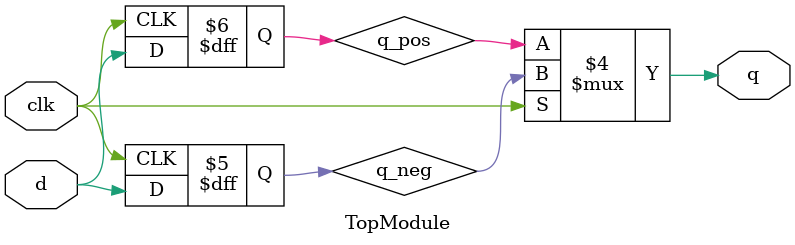
<source format=sv>
module TopModule(
    input logic clk,
    input logic d,
    output logic q
);

    logic q_pos, q_neg;

    // Rising edge triggered flip-flop
    always_ff @(posedge clk) begin
        q_pos <= d;
    end

    // Falling edge triggered flip-flop
    always_ff @(negedge clk) begin
        q_neg <= d;
    end

    // Combining logic to simulate dual-edge behavior
    always_comb begin
        q = clk ? q_neg : q_pos;
    end

endmodule
</source>
